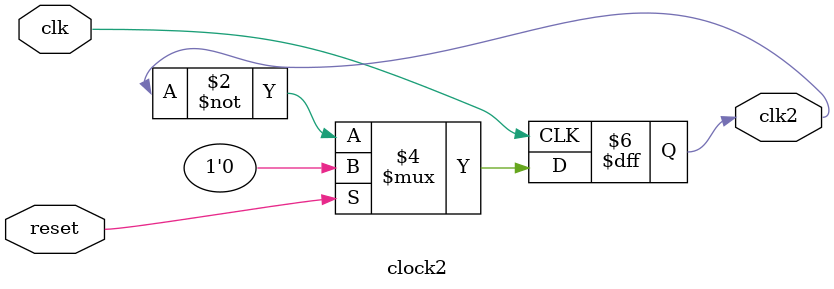
<source format=v>
module clock2(clk,reset,clk2);

	input clk,reset;
	output reg clk2;
	
	always @(posedge clk)
		begin
			if (reset)
				clk2<=1'b0;
			else
				clk2<=~clk2;	
		end
		
		
	
	
endmodule
</source>
